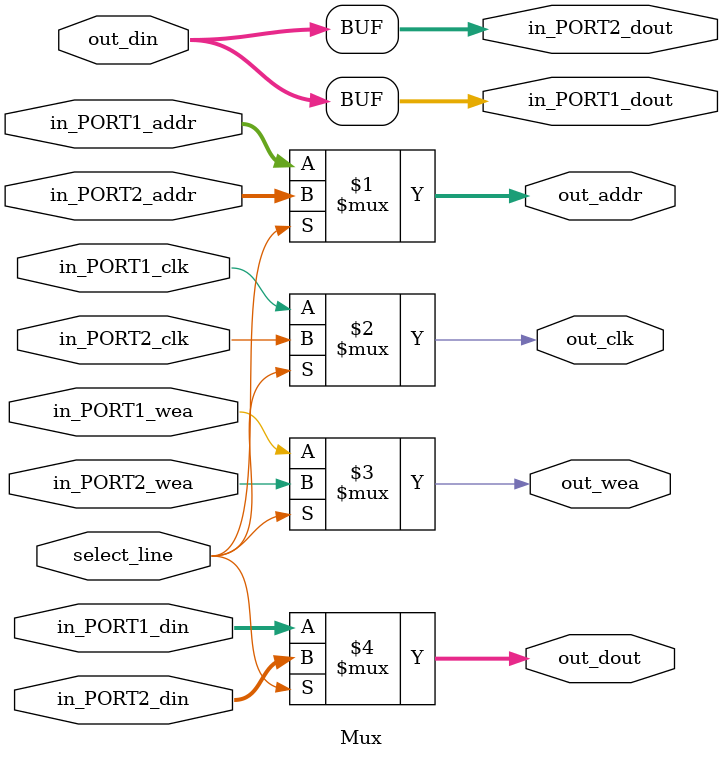
<source format=v>
`timescale 1ns / 1ps


module Mux #(parameter WIDTH=3)(
//Input Port 1
input      [15:0]in_PORT1_addr,
input      in_PORT1_clk,
input      [WIDTH-1:0]in_PORT1_din,
output     [WIDTH-1:0]in_PORT1_dout,
input      in_PORT1_wea,

//Input Port 2
input      [15:0]in_PORT2_addr,
input      in_PORT2_clk,
input      [WIDTH-1:0]in_PORT2_din,
output     [WIDTH-1:0]in_PORT2_dout,
input      in_PORT2_wea,

//output
output     [15:0]out_addr,
output     out_clk,
input      [WIDTH-1:0]out_din,
output     [WIDTH-1:0]out_dout,
output     out_wea,

input      select_line
);

assign out_addr = select_line ? in_PORT2_addr : in_PORT1_addr;
assign out_clk  = select_line ? in_PORT2_clk  : in_PORT1_clk;
assign out_wea  = select_line ? in_PORT2_wea  : in_PORT1_wea;
assign out_dout = select_line ? in_PORT2_din  : in_PORT1_din;
assign in_PORT1_dout  = out_din;
assign in_PORT2_dout  = out_din;

endmodule

</source>
